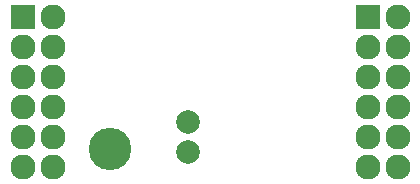
<source format=gbr>
%FSLAX46Y46*%
G04 Gerber Fmt 4.6, Leading zero omitted, Abs format (unit mm)*
G04 Created by KiCad (PCBNEW (2014-08-21 BZR 5087)-product) date Dom 15 Mar 2015 17:53:44 WET*
%MOMM*%
G01*
G04 APERTURE LIST*
%ADD10C,0.100000*%
%ADD11R,2.127200X2.127200*%
%ADD12O,2.127200X2.127200*%
%ADD13C,2.000000*%
%ADD14C,3.600000*%
G04 APERTURE END LIST*
D10*
D11*
X161290000Y-97790000D03*
D12*
X163830000Y-97790000D03*
X161290000Y-100330000D03*
X163830000Y-100330000D03*
X161290000Y-102870000D03*
X163830000Y-102870000D03*
X161290000Y-105410000D03*
X163830000Y-105410000D03*
X161290000Y-107950000D03*
X163830000Y-107950000D03*
X161290000Y-110490000D03*
X163830000Y-110490000D03*
D11*
X132080000Y-97790000D03*
D12*
X134620000Y-97790000D03*
X132080000Y-100330000D03*
X134620000Y-100330000D03*
X132080000Y-102870000D03*
X134620000Y-102870000D03*
X132080000Y-105410000D03*
X134620000Y-105410000D03*
X132080000Y-107950000D03*
X134620000Y-107950000D03*
X132080000Y-110490000D03*
X134620000Y-110490000D03*
D13*
X146050000Y-106680000D03*
X146050000Y-109220000D03*
D14*
X139446000Y-108966000D03*
M02*

</source>
